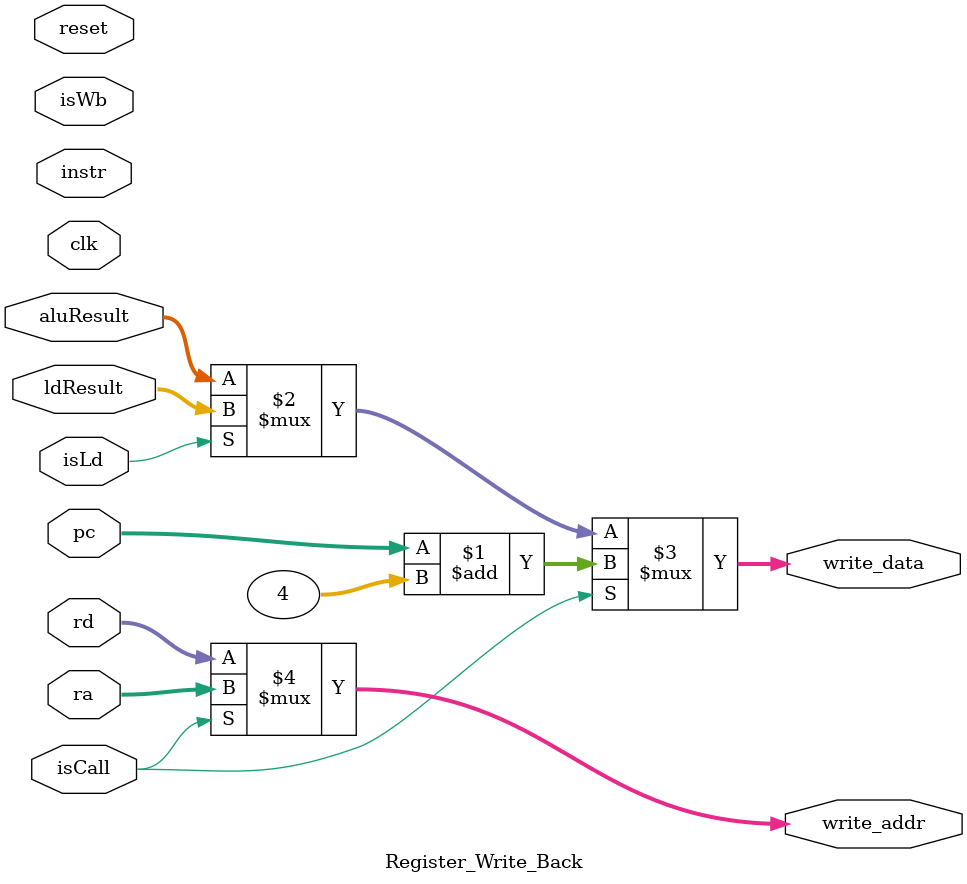
<source format=v>
`timescale 1ns / 1ps

module Register_Write_Back(
    input clk, reset,
    input [31:0] pc,
    input [3:0] rd, ra,
    input [31:0] instr,
    input [31:0] aluResult, ldResult,
    input isLd, isWb, isCall,
    output  [31:0] write_data,
    output [3:0] write_addr
);
    
  
    assign write_data = isCall ? (pc + 32'd4) : (isLd ? ldResult : aluResult);
    assign write_addr = isCall ? ra : rd;
    
  
endmodule

</source>
